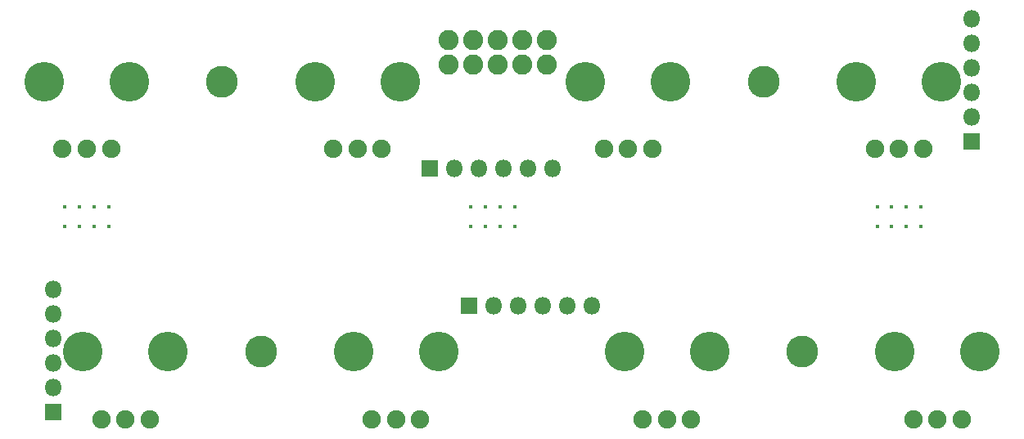
<source format=gbs>
G04 #@! TF.FileFunction,Soldermask,Bot*
%FSLAX46Y46*%
G04 Gerber Fmt 4.6, Leading zero omitted, Abs format (unit mm)*
G04 Created by KiCad (PCBNEW 4.0.7-e2-6376~58~ubuntu16.04.1) date Tue Aug 14 19:25:32 2018*
%MOMM*%
%LPD*%
G01*
G04 APERTURE LIST*
%ADD10C,0.100000*%
%ADD11R,1.801600X1.801600*%
%ADD12O,1.801600X1.801600*%
%ADD13C,0.451600*%
%ADD14C,2.082800*%
%ADD15C,3.301600*%
%ADD16C,1.901600*%
%ADD17C,4.101600*%
G04 APERTURE END LIST*
D10*
D11*
X126500000Y-97250000D03*
D12*
X129040000Y-97250000D03*
X131580000Y-97250000D03*
X134120000Y-97250000D03*
X136660000Y-97250000D03*
X139200000Y-97250000D03*
D11*
X130500000Y-111500000D03*
D12*
X133040000Y-111500000D03*
X135580000Y-111500000D03*
X138120000Y-111500000D03*
X140660000Y-111500000D03*
X143200000Y-111500000D03*
D13*
X172750000Y-101250000D03*
X174250000Y-101250000D03*
X175750000Y-101250000D03*
X177250000Y-101250000D03*
X172750000Y-103250000D03*
X174250000Y-103250000D03*
X175750000Y-103250000D03*
X177250000Y-103250000D03*
D14*
X128420000Y-86520000D03*
X128420000Y-83980000D03*
X130960000Y-86520000D03*
X130960000Y-83980000D03*
X133500000Y-86520000D03*
X133500000Y-83980000D03*
X136040000Y-86520000D03*
X136040000Y-83980000D03*
X138580000Y-86520000D03*
X138580000Y-83980000D03*
D15*
X165000000Y-116250000D03*
X161000000Y-88250000D03*
X109000000Y-116250000D03*
D13*
X88750000Y-101250000D03*
X90250000Y-101250000D03*
X91750000Y-101250000D03*
X93250000Y-101250000D03*
X88750000Y-103250000D03*
X90250000Y-103250000D03*
X91750000Y-103250000D03*
X93250000Y-103250000D03*
D11*
X87500000Y-122500000D03*
D12*
X87500000Y-119960000D03*
X87500000Y-117420000D03*
X87500000Y-114880000D03*
X87500000Y-112340000D03*
X87500000Y-109800000D03*
D11*
X182500000Y-94500000D03*
D12*
X182500000Y-91960000D03*
X182500000Y-89420000D03*
X182500000Y-86880000D03*
X182500000Y-84340000D03*
X182500000Y-81800000D03*
D16*
X88500000Y-95250000D03*
X91000000Y-95250000D03*
X93500000Y-95250000D03*
D17*
X86600000Y-88250000D03*
X95400000Y-88250000D03*
D16*
X116500000Y-95250000D03*
X119000000Y-95250000D03*
X121500000Y-95250000D03*
D17*
X114600000Y-88250000D03*
X123400000Y-88250000D03*
D16*
X144500000Y-95250000D03*
X147000000Y-95250000D03*
X149500000Y-95250000D03*
D17*
X142600000Y-88250000D03*
X151400000Y-88250000D03*
D16*
X172500000Y-95250000D03*
X175000000Y-95250000D03*
X177500000Y-95250000D03*
D17*
X170600000Y-88250000D03*
X179400000Y-88250000D03*
D16*
X92500000Y-123250000D03*
X95000000Y-123250000D03*
X97500000Y-123250000D03*
D17*
X90600000Y-116250000D03*
X99400000Y-116250000D03*
D16*
X120500000Y-123250000D03*
X123000000Y-123250000D03*
X125500000Y-123250000D03*
D17*
X118600000Y-116250000D03*
X127400000Y-116250000D03*
D16*
X148500000Y-123250000D03*
X151000000Y-123250000D03*
X153500000Y-123250000D03*
D17*
X146600000Y-116250000D03*
X155400000Y-116250000D03*
D16*
X176500000Y-123250000D03*
X179000000Y-123250000D03*
X181500000Y-123250000D03*
D17*
X174600000Y-116250000D03*
X183400000Y-116250000D03*
D13*
X130750000Y-101250000D03*
X132250000Y-101250000D03*
X133750000Y-101250000D03*
X135250000Y-101250000D03*
X130750000Y-103250000D03*
X132250000Y-103250000D03*
X133750000Y-103250000D03*
X135250000Y-103250000D03*
D15*
X105000000Y-88250000D03*
M02*

</source>
